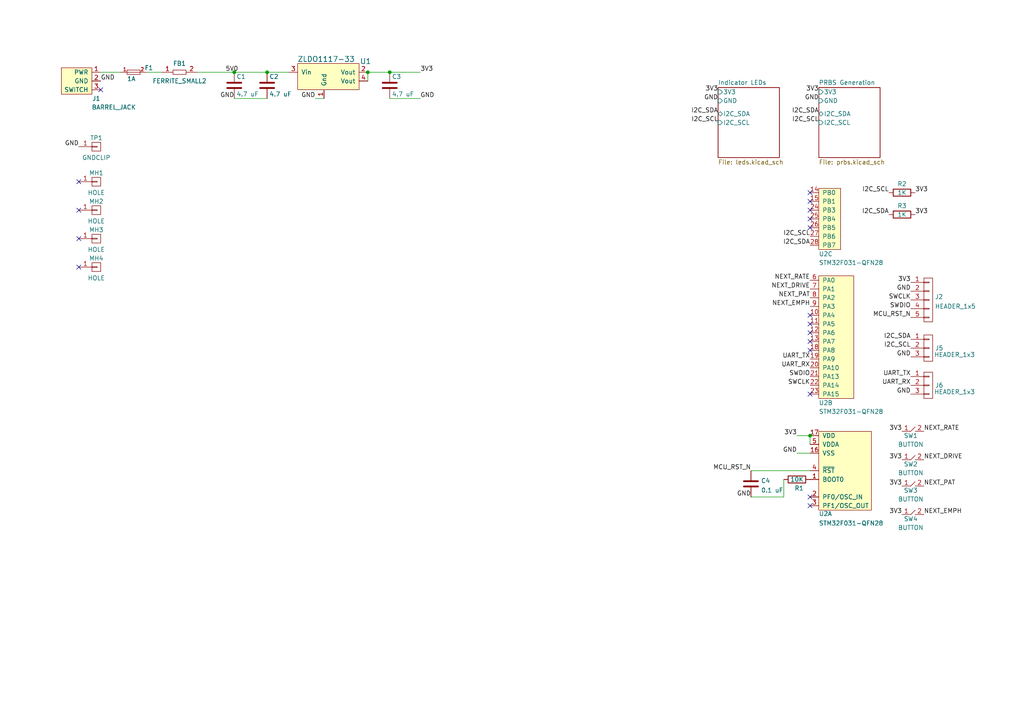
<source format=kicad_sch>
(kicad_sch (version 20211123) (generator eeschema)
  (paper "A4")
  (title_block (title "PRBS Generator") (date "2022-03-19") (rev "0.1") (company "Antikernel Labs") (comment 1 "Andrew D. Zonenberg"))
  (lib_symbols
    (symbol "conn:CONN_01X01" (pin_names (offset 1.016) hide)
      (property "Reference" "J" (at 0 2.54 0))
      (property "Value" "CONN_01X01" (at 2.54 0 90))
      (symbol "CONN_01X01_0_1"
        (rectangle (start -1.27 0.127) (end 0.254 -0.127))
        (rectangle (start -1.27 1.27) (end 1.27 -1.27))
      )
      (symbol "CONN_01X01_1_1"
        (pin passive line (at -5.08 0 0) (length 3.81) (name "P1") (number "1"))
      )
    )
    (symbol "conn:CONN_01X03" (pin_names (offset 1.016) hide)
      (property "Reference" "J" (at 0 5.08 0))
      (property "Value" "CONN_01X03" (at 2.54 0 90))
      (symbol "CONN_01X03_0_1"
        (rectangle (start -1.27 -2.413) (end 0.254 -2.667))
        (rectangle (start -1.27 0.127) (end 0.254 -0.127))
        (rectangle (start -1.27 2.667) (end 0.254 2.413))
        (rectangle (start -1.27 3.81) (end 1.27 -3.81))
      )
      (symbol "CONN_01X03_1_1"
        (pin passive line (at -5.08 2.54 0) (length 3.81) (name "P1") (number "1"))
        (pin passive line (at -5.08 0 0) (length 3.81) (name "P2") (number "2"))
        (pin passive line (at -5.08 -2.54 0) (length 3.81) (name "P3") (number "3"))
      )
    )
    (symbol "conn:CONN_01X05" (pin_names (offset 1.016) hide)
      (property "Reference" "J" (at 0 7.62 0))
      (property "Value" "CONN_01X05" (at 2.54 0 90))
      (symbol "CONN_01X05_0_1"
        (rectangle (start -1.27 -4.953) (end 0.254 -5.207))
        (rectangle (start -1.27 -2.413) (end 0.254 -2.667))
        (rectangle (start -1.27 0.127) (end 0.254 -0.127))
        (rectangle (start -1.27 2.667) (end 0.254 2.413))
        (rectangle (start -1.27 5.207) (end 0.254 4.953))
        (rectangle (start -1.27 6.35) (end 1.27 -6.35))
      )
      (symbol "CONN_01X05_1_1"
        (pin passive line (at -5.08 5.08 0) (length 3.81) (name "P1") (number "1"))
        (pin passive line (at -5.08 2.54 0) (length 3.81) (name "P2") (number "2"))
        (pin passive line (at -5.08 0 0) (length 3.81) (name "P3") (number "3"))
        (pin passive line (at -5.08 -2.54 0) (length 3.81) (name "P4") (number "4"))
        (pin passive line (at -5.08 -5.08 0) (length 3.81) (name "P5") (number "5"))
      )
    )
    (symbol "device:C" (pin_numbers hide) (pin_names (offset 0.254))
      (property "Reference" "C" (at 0.635 2.54 0))
      (property "Value" "C" (at 0.635 -2.54 0))
      (symbol "C_0_1"
        (polyline (pts (xy -2.032 -0.762) (xy 2.032 -0.762)) (stroke (width 0.508)))
        (polyline (pts (xy -2.032 0.762) (xy 2.032 0.762)) (stroke (width 0.508)))
      )
      (symbol "C_1_1"
        (pin passive line (at 0 3.81 270) (length 2.794) (name "~") (number "1"))
        (pin passive line (at 0 -3.81 90) (length 2.794) (name "~") (number "2"))
      )
    )
    (symbol "device:R" (pin_numbers hide) (pin_names (offset 0))
      (property "Reference" "R" (at 2.032 0 90))
      (property "Value" "R" (at 0 0 90))
      (symbol "R_0_1"
        (rectangle (start -1.016 -2.54) (end 1.016 2.54) (stroke (width 0.254)))
      )
      (symbol "R_1_1"
        (pin passive line (at 0 3.81 270) (length 1.27) (name "~") (number "1"))
        (pin passive line (at 0 -3.81 90) (length 1.27) (name "~") (number "2"))
      )
    )
    (symbol "passive-azonenberg:FERRITE_SMALL2" (pin_names (offset 1.016))
      (property "Reference" "FB" (at 0 2.54 0))
      (property "Value" "FERRITE_SMALL2" (at 0 -2.54 0))
      (symbol "FERRITE_SMALL2_0_1"
        (rectangle (start -1.905 0.635) (end 1.905 -0.635))
      )
      (symbol "FERRITE_SMALL2_1_1"
        (pin input line (at -5.08 0 0) (length 3.175) (name "~") (number "1"))
        (pin power_out line (at 5.08 0 180) (length 3.175) (name "~") (number "2"))
      )
    )
    (symbol "passive-azonenberg:SWITCH"
      (property "Reference" "SW" (at 0 -1.27 0))
      (property "Value" "SWITCH" (at 0 -3.81 0))
      (symbol "SWITCH_0_1"
        (polyline (pts (xy 0 0) (xy 1.27 1.27)) (stroke (width 0.1524)))
      )
      (symbol "SWITCH_1_1"
        (pin passive line (at -2.54 0 0) (length 2.54) (name "") (number "1"))
        (pin passive line (at 3.81 0 180) (length 2.54) (name "") (number "2"))
      )
    )
    (symbol "power-azonenberg:BARREL_JACK" (pin_names (offset 1.016))
      (property "Reference" "J" (at 1.27 -1.27 0))
      (property "Value" "BARREL_JACK" (at 6.35 -3.81 0))
      (symbol "BARREL_JACK_0_1"
        (rectangle (start 0 7.62) (end -8.89 0) (fill (type background)))
      )
      (symbol "BARREL_JACK_1_1"
        (pin power_out line (at 2.54 6.35 180) (length 2.54) (name "PWR") (number "1"))
        (pin power_out line (at 2.54 3.81 180) (length 2.54) (name "GND") (number "2"))
        (pin passive line (at 2.54 1.27 180) (length 2.54) (name "SWITCH") (number "3"))
      )
    )
    (symbol "power-azonenberg:FUSE_PWROUT_2" (pin_names (offset 0.254))
      (property "Reference" "F" (at 4.445 1.27 0))
      (property "Value" "FUSE_PWROUT_2" (at -0.635 -1.905 0))
      (symbol "FUSE_PWROUT_2_0_1"
        (rectangle (start -1.905 0.635) (end 1.905 -0.635))
        (polyline (pts (xy 1.905 0) (xy -1.905 0)))
      )
      (symbol "FUSE_PWROUT_2_1_1"
        (pin power_in line (at -3.81 0 0) (length 2.54) (name "~") (number "1"))
        (pin power_out line (at 3.81 0 180) (length 2.54) (name "~") (number "2"))
      )
    )
    (symbol "power-azonenberg:LDO1117-XX_SOT223" (pin_names (offset 1.016))
      (property "Reference" "U" (at 5.08 -8.89 0))
      (property "Value" "LDO1117-XX_SOT223" (at 1.27 2.54 0))
      (symbol "LDO1117-XX_SOT223_0_1"
        (rectangle (start -7.62 0) (end 10.16 -7.62) (fill (type background)))
      )
      (symbol "LDO1117-XX_SOT223_1_1"
        (pin power_in line (at 0 -10.16 90) (length 2.54) (name "Gnd") (number "1"))
        (pin power_out line (at 12.7 -2.54 180) (length 2.54) (name "Vout") (number "2"))
        (pin power_in line (at -10.16 -2.54 0) (length 2.54) (name "Vin") (number "3"))
        (pin power_out line (at 12.7 -5.08 180) (length 2.54) (name "Vout") (number "4"))
      )
    )
    (symbol "st-azonenberg:STM32F031-QFN28" (pin_names (offset 1.016))
      (property "Reference" "U" (at 1.27 -1.27 0))
      (property "Value" "STM32F031-QFN28" (at 8.89 -3.81 0))
      (symbol "STM32F031-QFN28_1_1"
        (rectangle (start 0 22.86) (end 15.24 0) (fill (type background)))
        (pin input line (at -2.54 8.89 0) (length 2.54) (name "BOOT0") (number "1"))
        (pin power_in line (at -2.54 16.51 0) (length 2.54) (name "VSS") (number "16"))
        (pin power_in line (at -2.54 21.59 0) (length 2.54) (name "VDD") (number "17"))
        (pin bidirectional line (at -2.54 3.81 0) (length 2.54) (name "PF0/OSC_IN") (number "2"))
        (pin bidirectional line (at -2.54 1.27 0) (length 2.54) (name "PF1/OSC_OUT") (number "3"))
        (pin input line (at -2.54 11.43 0) (length 2.54) (name "~{RST}") (number "4"))
        (pin power_in line (at -2.54 19.05 0) (length 2.54) (name "VDDA") (number "5"))
      )
      (symbol "STM32F031-QFN28_2_1"
        (rectangle (start 0 35.56) (end 10.16 0) (fill (type background)))
        (pin bidirectional line (at -2.54 24.13 0) (length 2.54) (name "PA4") (number "10"))
        (pin bidirectional line (at -2.54 21.59 0) (length 2.54) (name "PA5") (number "11"))
        (pin bidirectional line (at -2.54 19.05 0) (length 2.54) (name "PA6") (number "12"))
        (pin bidirectional line (at -2.54 16.51 0) (length 2.54) (name "PA7") (number "13"))
        (pin bidirectional line (at -2.54 13.97 0) (length 2.54) (name "PA8") (number "18"))
        (pin bidirectional line (at -2.54 11.43 0) (length 2.54) (name "PA9") (number "19"))
        (pin bidirectional line (at -2.54 8.89 0) (length 2.54) (name "PA10") (number "20"))
        (pin bidirectional line (at -2.54 6.35 0) (length 2.54) (name "PA13") (number "21"))
        (pin bidirectional line (at -2.54 3.81 0) (length 2.54) (name "PA14") (number "22"))
        (pin bidirectional line (at -2.54 1.27 0) (length 2.54) (name "PA15") (number "23"))
        (pin bidirectional line (at -2.54 34.29 0) (length 2.54) (name "PA0") (number "6"))
        (pin bidirectional line (at -2.54 31.75 0) (length 2.54) (name "PA1") (number "7"))
        (pin bidirectional line (at -2.54 29.21 0) (length 2.54) (name "PA2") (number "8"))
        (pin bidirectional line (at -2.54 26.67 0) (length 2.54) (name "PA3") (number "9"))
      )
      (symbol "STM32F031-QFN28_3_1"
        (rectangle (start 0 17.78) (end 6.35 0) (fill (type background)))
        (pin bidirectional line (at -2.54 16.51 0) (length 2.54) (name "PB0") (number "14"))
        (pin bidirectional line (at -2.54 13.97 0) (length 2.54) (name "PB1") (number "15"))
        (pin bidirectional line (at -2.54 11.43 0) (length 2.54) (name "PB3") (number "24"))
        (pin bidirectional line (at -2.54 8.89 0) (length 2.54) (name "PB4") (number "25"))
        (pin bidirectional line (at -2.54 6.35 0) (length 2.54) (name "PB5") (number "26"))
        (pin bidirectional line (at -2.54 3.81 0) (length 2.54) (name "PB6") (number "27"))
        (pin bidirectional line (at -2.54 1.27 0) (length 2.54) (name "PB7") (number "28"))
      )
    )
  )
  (junction (at 234.95 126.365))
  (junction (at 77.47 20.955))
  (junction (at 113.03 20.955))
  (junction (at 106.68 20.955))
  (junction (at 67.945 20.955))
  (no_connect (at 22.86 77.47))
  (no_connect (at 234.95 146.685))
  (no_connect (at 234.95 144.145))
  (no_connect (at 234.95 91.44))
  (no_connect (at 234.95 55.88))
  (no_connect (at 234.95 63.5))
  (no_connect (at 234.95 60.96))
  (no_connect (at 234.95 58.42))
  (no_connect (at 234.95 93.98))
  (no_connect (at 234.95 66.04))
  (no_connect (at 234.95 114.3))
  (no_connect (at 234.95 96.52))
  (no_connect (at 234.95 99.06))
  (no_connect (at 234.95 101.6))
  (no_connect (at 22.86 69.215))
  (no_connect (at 22.86 52.705))
  (no_connect (at 29.21 26.035))
  (no_connect (at 22.86 60.96))
  (wire (pts (xy 29.21 20.955) (xy 34.925 20.955)))
  (wire (pts (xy 113.03 20.955) (xy 121.92 20.955)))
  (wire (pts (xy 234.95 126.365) (xy 234.95 128.905)))
  (wire (pts (xy 77.47 20.955) (xy 83.82 20.955)))
  (wire (pts (xy 113.03 28.575) (xy 121.92 28.575)))
  (wire (pts (xy 67.945 20.955) (xy 77.47 20.955)))
  (wire (pts (xy 231.14 126.365) (xy 234.95 126.365)))
  (wire (pts (xy 67.945 28.575) (xy 77.47 28.575)))
  (wire (pts (xy 231.14 131.445) (xy 234.95 131.445)))
  (wire (pts (xy 227.33 144.145) (xy 217.805 144.145)))
  (wire (pts (xy 217.805 136.525) (xy 234.95 136.525)))
  (wire (pts (xy 42.545 20.955) (xy 46.99 20.955)))
  (wire (pts (xy 106.68 20.955) (xy 106.68 23.495)))
  (wire (pts (xy 113.03 20.955) (xy 106.68 20.955)))
  (wire (pts (xy 57.15 20.955) (xy 67.945 20.955)))
  (wire (pts (xy 227.33 139.065) (xy 227.33 144.145)))
  (wire (pts (xy 91.44 28.575) (xy 93.98 28.575)))
  (label "NEXT_PAT" (at 267.97 140.97 0))
  (label "UART_TX" (at 234.95 104.14 180))
  (label "NEXT_RATE" (at 267.97 125.095 0))
  (label "GND" (at 237.49 29.21 180))
  (label "SWCLK" (at 264.16 86.995 180))
  (label "I2C_SCL" (at 234.95 68.58 180))
  (label "I2C_SCL" (at 264.16 100.965 180))
  (label "NEXT_DRIVE" (at 267.97 133.35 0))
  (label "GND" (at 121.92 28.575 0))
  (label "5V0" (at 65.405 20.955 0))
  (label "3V3" (at 208.28 26.67 180))
  (label "3V3" (at 265.43 55.88 0))
  (label "GND" (at 208.28 29.21 180))
  (label "UART_RX" (at 234.95 106.68 180))
  (label "I2C_SDA" (at 234.95 71.12 180))
  (label "NEXT_PAT" (at 234.95 86.36 180))
  (label "I2C_SCL" (at 208.28 35.56 180))
  (label "3V3" (at 261.62 125.095 180))
  (label "UART_RX" (at 264.16 111.76 180))
  (label "GND" (at 22.86 42.545 180))
  (label "SWDIO" (at 234.95 109.22 180))
  (label "GND" (at 231.14 131.445 180))
  (label "3V3" (at 121.92 20.955 0))
  (label "3V3" (at 237.49 26.67 180))
  (label "NEXT_EMPH" (at 267.97 149.225 0))
  (label "I2C_SDA" (at 208.28 33.02 180))
  (label "SWCLK" (at 234.95 111.76 180))
  (label "GND" (at 264.16 84.455 180))
  (label "3V3" (at 264.16 81.915 180))
  (label "UART_TX" (at 264.16 109.22 180))
  (label "I2C_SDA" (at 264.16 98.425 180))
  (label "NEXT_DRIVE" (at 234.95 83.82 180))
  (label "GND" (at 91.44 28.575 180))
  (label "GND" (at 217.805 144.145 180))
  (label "I2C_SDA" (at 257.81 62.23 180))
  (label "I2C_SDA" (at 237.49 33.02 180))
  (label "3V3" (at 265.43 62.23 0))
  (label "MCU_RST_N" (at 264.16 92.075 180))
  (label "I2C_SCL" (at 257.81 55.88 180))
  (label "GND" (at 29.21 23.495 0))
  (label "3V3" (at 261.62 140.97 180))
  (label "GND" (at 264.16 103.505 180))
  (label "I2C_SCL" (at 237.49 35.56 180))
  (label "3V3" (at 261.62 149.225 180))
  (label "NEXT_RATE" (at 234.95 81.28 180))
  (label "GND" (at 67.945 28.575 180))
  (label "GND" (at 264.16 114.3 180))
  (label "3V3" (at 261.62 133.35 180))
  (label "3V3" (at 231.14 126.365 180))
  (label "NEXT_EMPH" (at 234.95 88.9 180))
  (label "MCU_RST_N" (at 217.805 136.525 180))
  (label "SWDIO" (at 264.16 89.535 180))
  (symbol (lib_id "device:C") (at 67.945 24.765 0) (unit 1)
    (property "Reference" "C1" (at 68.58 22.225 0) (effects (justify left)))
    (property "Value" "4.7 uF" (at 68.58 27.305 0) (effects (justify left)))
    (property "Footprint" "azonenberg_pcb:EIA_0603_CAP_NOSILK" (effects hide))
  )
  (symbol (lib_id "st-azonenberg:STM32F031-QFN28") (at 237.49 72.39 0) (unit 3)
    (property "Reference" "U2" (at 237.49 73.66 0) (effects (justify left)))
    (property "Value" "STM32F031-QFN28" (at 237.49 76.2 0) (effects (justify left)))
    (property "Footprint" "azonenberg_pcb:QFN_28_0.5MM_4x4MM_NOPAD" (effects hide))
  )
  (symbol (lib_id "device:C") (at 217.805 140.335 0) (unit 1)
    (property "Reference" "C4" (at 220.726 139.4265 0) (effects (justify left)))
    (property "Value" "0.1 uF" (at 220.726 142.2016 0) (effects (justify left)))
    (property "Footprint" "azonenberg_pcb:EIA_0402_CAP_NOSILK" (effects hide))
  )
  (symbol (lib_id "device:C") (at 77.47 24.765 0) (unit 1)
    (property "Reference" "C2" (at 78.105 22.225 0) (effects (justify left)))
    (property "Value" "4.7 uF" (at 78.105 27.305 0) (effects (justify left)))
    (property "Footprint" "azonenberg_pcb:EIA_0603_CAP_NOSILK" (effects hide))
  )
  (symbol (lib_id "passive-azonenberg:SWITCH") (at 264.16 125.095 0) (unit 1)
    (property "Reference" "SW1" (at 264.16 126.365 0))
    (property "Value" "BUTTON" (at 264.16 128.905 0))
    (property "Footprint" "azonenberg_pcb:SWITCH_RAFI_MICON_5" (effects hide))
  )
  (symbol (lib_id "conn:CONN_01X05") (at 269.24 86.995 0) (unit 1)
    (property "Reference" "J2" (at 271.145 86.0865 0) (effects (justify left)))
    (property "Value" "HEADER_1x5" (at 271.145 88.8616 0) (effects (justify left)))
    (property "Footprint" "azonenberg_pcb:CONN_HEADER_2.54MM_1x5" (effects hide))
  )
  (symbol (lib_id "passive-azonenberg:FERRITE_SMALL2") (at 52.07 20.955 0) (unit 1)
    (property "Reference" "FB1" (at 52.07 18.415 0))
    (property "Value" "FERRITE_SMALL2" (at 52.07 23.495 0))
    (property "Footprint" "azonenberg_pcb:EIA_0603_INDUCTOR_NOSILK" (effects hide))
  )
  (symbol (lib_id "passive-azonenberg:SWITCH") (at 264.16 149.225 0) (unit 1)
    (property "Reference" "SW4" (at 264.16 150.495 0))
    (property "Value" "BUTTON" (at 264.16 153.035 0))
    (property "Footprint" "azonenberg_pcb:SWITCH_RAFI_MICON_5" (effects hide))
  )
  (symbol (lib_id "conn:CONN_01X01") (at 27.94 69.215 0) (unit 1)
    (property "Reference" "MH3" (at 27.94 66.675 0))
    (property "Value" "HOLE" (at 27.94 72.39 0))
    (property "Footprint" "azonenberg_pcb:MECHANICAL_CLEARANCEHOLE_4_40" (effects hide))
  )
  (symbol (lib_id "conn:CONN_01X01") (at 27.94 60.96 0) (unit 1)
    (property "Reference" "MH2" (at 27.94 58.42 0))
    (property "Value" "HOLE" (at 27.94 64.135 0))
    (property "Footprint" "azonenberg_pcb:MECHANICAL_CLEARANCEHOLE_4_40" (effects hide))
  )
  (symbol (lib_id "st-azonenberg:STM32F031-QFN28") (at 237.49 115.57 0) (unit 2)
    (property "Reference" "U2" (at 237.49 116.84 0) (effects (justify left)))
    (property "Value" "STM32F031-QFN28" (at 237.49 119.38 0) (effects (justify left)))
    (property "Footprint" "azonenberg_pcb:QFN_28_0.5MM_4x4MM_NOPAD" (effects hide))
  )
  (symbol (lib_id "conn:CONN_01X01") (at 27.94 42.545 0) (unit 1)
    (property "Reference" "TP1" (at 27.94 40.005 0))
    (property "Value" "GNDCLIP" (at 27.94 45.72 0))
    (property "Footprint" "azonenberg_pcb:TESTPOINT_SMT_KEYSTONE_5016" (effects hide))
  )
  (symbol (lib_id "power-azonenberg:FUSE_PWROUT_2") (at 38.735 20.955 0) (unit 1)
    (property "Reference" "F1" (at 43.18 19.685 0))
    (property "Value" "1A" (at 38.1 22.86 0))
    (property "Footprint" "azonenberg_pcb:EIA_0402_CAP_NOSILK" (effects hide))
  )
  (symbol (lib_id "conn:CONN_01X03") (at 269.24 100.965 0) (unit 1)
    (property "Reference" "J5" (at 272.415 100.965 0))
    (property "Value" "HEADER_1x3" (at 276.86 102.87 0))
    (property "Footprint" "azonenberg_pcb:CONN_HEADER_2.54MM_1x3" (effects hide))
  )
  (symbol (lib_id "power-azonenberg:LDO1117-XX_SOT223") (at 93.98 18.415 0) (unit 1)
    (property "Reference" "U1" (at 106.045 17.78 0) (effects (font (size 1.524 1.524))))
    (property "Value" "ZLDO1117-33" (at 94.615 17.145 0) (effects (font (size 1.524 1.524))))
    (property "Footprint" "azonenberg_pcb:SOT223-4" (effects hide))
  )
  (symbol (lib_id "device:R") (at 261.62 55.88 90) (unit 1)
    (property "Reference" "R2" (at 261.62 53.34 90))
    (property "Value" "1K" (at 261.62 55.88 90))
    (property "Footprint" "azonenberg_pcb:EIA_0402_RES_NOSILK" (effects hide))
  )
  (symbol (lib_id "device:R") (at 261.62 62.23 90) (unit 1)
    (property "Reference" "R3" (at 261.62 59.69 90))
    (property "Value" "1K" (at 261.62 62.23 90))
    (property "Footprint" "azonenberg_pcb:EIA_0402_RES_NOSILK" (effects hide))
  )
  (symbol (lib_id "power-azonenberg:BARREL_JACK") (at 26.67 27.305 0) (unit 1)
    (property "Reference" "J1" (at 27.94 28.575 0))
    (property "Value" "BARREL_JACK" (at 33.02 31.115 0))
    (property "Footprint" "azonenberg_pcb:CONN_CUI_PJ-058BH_HIPWR_BARREL_NOSLOT" (effects hide))
  )
  (symbol (lib_id "device:R") (at 231.14 139.065 90) (unit 1)
    (property "Reference" "R1" (at 231.775 141.605 90))
    (property "Value" "10K" (at 231.14 139.065 90))
    (property "Footprint" "azonenberg_pcb:EIA_0402_RES_NOSILK" (effects hide))
  )
  (symbol (lib_id "passive-azonenberg:SWITCH") (at 264.16 133.35 0) (unit 1)
    (property "Reference" "SW2" (at 264.16 134.62 0))
    (property "Value" "BUTTON" (at 264.16 137.16 0))
    (property "Footprint" "azonenberg_pcb:SWITCH_RAFI_MICON_5" (effects hide))
  )
  (symbol (lib_id "passive-azonenberg:SWITCH") (at 264.16 140.97 0) (unit 1)
    (property "Reference" "SW3" (at 264.16 142.24 0))
    (property "Value" "BUTTON" (at 264.16 144.78 0))
    (property "Footprint" "azonenberg_pcb:SWITCH_RAFI_MICON_5" (effects hide))
  )
  (symbol (lib_id "device:C") (at 113.03 24.765 0) (unit 1)
    (property "Reference" "C3" (at 113.665 22.225 0) (effects (justify left)))
    (property "Value" "4.7 uF" (at 113.665 27.305 0) (effects (justify left)))
    (property "Footprint" "azonenberg_pcb:EIA_0603_CAP_NOSILK" (effects hide))
  )
  (symbol (lib_id "st-azonenberg:STM32F031-QFN28") (at 237.49 147.955 0) (unit 1)
    (property "Reference" "U2" (at 237.49 148.9899 0) (effects (justify left)))
    (property "Value" "STM32F031-QFN28" (at 237.49 151.765 0) (effects (justify left)))
    (property "Footprint" "azonenberg_pcb:QFN_28_0.5MM_4x4MM_NOPAD" (effects hide))
  )
  (symbol (lib_id "conn:CONN_01X01") (at 27.94 52.705 0) (unit 1)
    (property "Reference" "MH1" (at 27.94 50.165 0))
    (property "Value" "HOLE" (at 27.94 55.88 0))
    (property "Footprint" "azonenberg_pcb:MECHANICAL_CLEARANCEHOLE_4_40" (effects hide))
  )
  (symbol (lib_id "conn:CONN_01X01") (at 27.94 77.47 0) (unit 1)
    (property "Reference" "MH4" (at 27.94 74.93 0))
    (property "Value" "HOLE" (at 27.94 80.645 0))
    (property "Footprint" "azonenberg_pcb:MECHANICAL_CLEARANCEHOLE_4_40" (effects hide))
  )
  (symbol (lib_id "conn:CONN_01X03") (at 269.24 111.76 0) (unit 1)
    (property "Reference" "J6" (at 272.415 111.76 0))
    (property "Value" "HEADER_1x3" (at 276.86 113.665 0))
    (property "Footprint" "azonenberg_pcb:CONN_HEADER_2.54MM_1x3" (effects hide))
  )
  (sheet (at 208.28 25.4) (size 17.78 20.32) (stroke (width 0.1524))
    (property "Sheet name" "Indicator LEDs" (at 208.28 24.6884 0) (effects (justify left bottom)))
    (property "Sheet file" "leds.kicad_sch" (at 208.28 46.3046 0) (effects (justify left top)))
    (pin "GND" input (at 208.28 29.21 180))
    (pin "3V3" input (at 208.28 26.67 180))
    (pin "I2C_SCL" input (at 208.28 35.56 180))
    (pin "I2C_SDA" bidirectional (at 208.28 33.02 180))
  )
  (sheet (at 237.49 25.4) (size 17.78 20.32) (stroke (width 0.1524))
    (property "Sheet name" "PRBS Generation" (at 237.49 24.6884 0) (effects (justify left bottom)))
    (property "Sheet file" "prbs.kicad_sch" (at 237.49 46.3046 0) (effects (justify left top)))
    (pin "I2C_SCL" input (at 237.49 35.56 180))
    (pin "I2C_SDA" bidirectional (at 237.49 33.02 180))
    (pin "GND" input (at 237.49 29.21 180))
    (pin "3V3" input (at 237.49 26.67 180))
  )
)
</source>
